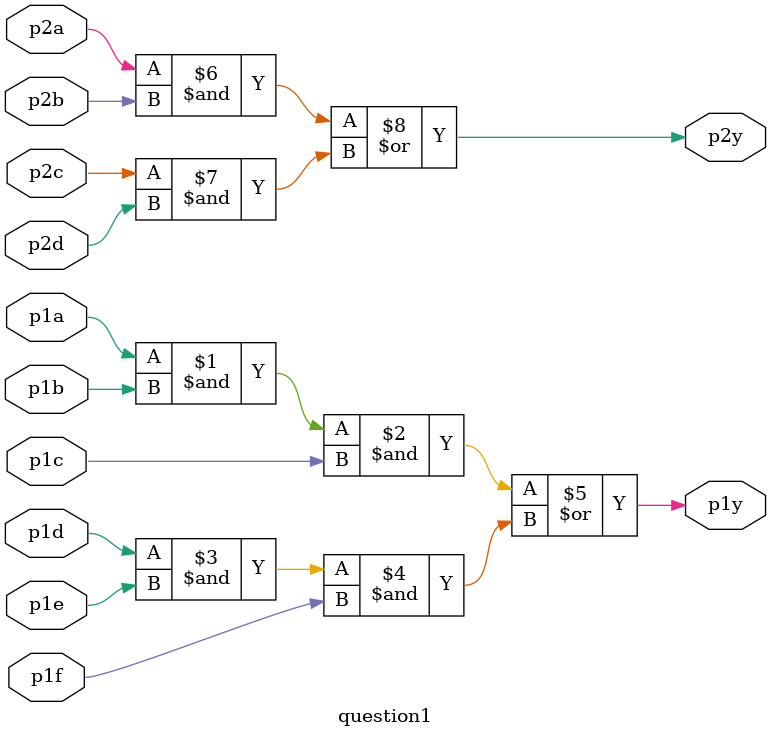
<source format=v>
module question1(
	input p1a, p1b, p1c, p1d, p1e, p1f,
    output p1y,
    input p2a, p2b, p2c, p2d,
    output p2y
);

assign p1y = (p1a & p1b & p1c) | (p1d & p1e & p1f);
assign p2y = (p2a & p2b) | (p2c & p2d);

endmodule

</source>
